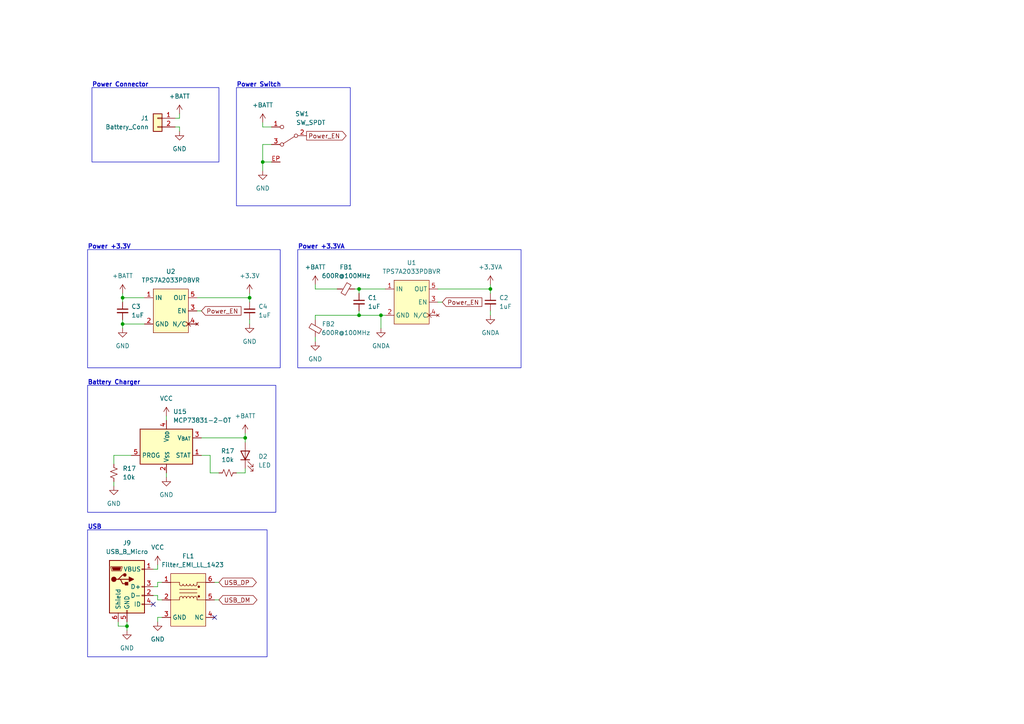
<source format=kicad_sch>
(kicad_sch (version 20230121) (generator eeschema)
  (paper "A4")
  (lib_symbols
    (symbol "Battery_Management:MCP73831-2-OT"
      (property "Reference" "U" (at -7.62 6.35 0))
      (property "Value" "MCP73831-2-OT" (at 1.27 6.35 0))
      (symbol "MCP73831-2-OT_0_1"
        (rectangle (start -7.62 5.08) (end 7.62 -5.08) (stroke (width 0.254)) (fill (type background)))
      )
      (symbol "MCP73831-2-OT_1_1"
        (pin output line (at 10.16 -2.54 180) (length 2.54) (name "STAT") (number "1"))
        (pin power_in line (at 0 -7.62 90) (length 2.54) (name "V_{SS}") (number "2"))
        (pin power_out line (at 10.16 2.54 180) (length 2.54) (name "V_{BAT}") (number "3"))
        (pin power_in line (at 0 7.62 270) (length 2.54) (name "V_{DD}") (number "4"))
        (pin input line (at -10.16 -2.54 0) (length 2.54) (name "PROG") (number "5"))
      )
    )
    (symbol "Connector:USB_B_Micro" (pin_names (offset 1.016))
      (property "Reference" "J" (at -5.08 11.43 0))
      (property "Value" "USB_B_Micro" (at -5.08 8.89 0))
      (symbol "USB_B_Micro_0_1"
        (rectangle (start -5.08 -7.62) (end 5.08 7.62) (stroke (width 0.254)) (fill (type background)))
        (circle (center -3.81 2.159) (radius 0.635) (stroke (width 0.254)) (fill (type outline)))
        (circle (center -0.635 3.429) (radius 0.381) (stroke (width 0.254)) (fill (type outline)))
        (rectangle (start -0.127 -7.62) (end 0.127 -6.858))
        (polyline (pts (xy -1.905 2.159) (xy 0.635 2.159)) (stroke (width 0.254)))
        (polyline (pts (xy -3.175 2.159) (xy -2.54 2.159) (xy -1.27 3.429) (xy -0.635 3.429)) (stroke (width 0.254)))
        (polyline (pts (xy -2.54 2.159) (xy -1.905 2.159) (xy -1.27 0.889) (xy 0 0.889)) (stroke (width 0.254)))
        (polyline (pts (xy 0.635 2.794) (xy 0.635 1.524) (xy 1.905 2.159) (xy 0.635 2.794)) (stroke (width 0.254)) (fill (type outline)))
        (polyline (pts (xy -4.318 5.588) (xy -1.778 5.588) (xy -2.032 4.826) (xy -4.064 4.826) (xy -4.318 5.588)) (fill (type outline)))
        (polyline (pts (xy -4.699 5.842) (xy -4.699 5.588) (xy -4.445 4.826) (xy -4.445 4.572) (xy -1.651 4.572) (xy -1.651 4.826) (xy -1.397 5.588) (xy -1.397 5.842) (xy -4.699 5.842)))
        (rectangle (start 0.254 1.27) (end -0.508 0.508) (stroke (width 0.254)) (fill (type outline)))
        (rectangle (start 5.08 -5.207) (end 4.318 -4.953))
        (rectangle (start 5.08 -2.667) (end 4.318 -2.413))
        (rectangle (start 5.08 -0.127) (end 4.318 0.127))
        (rectangle (start 5.08 4.953) (end 4.318 5.207))
      )
      (symbol "USB_B_Micro_1_1"
        (pin power_out line (at 7.62 5.08 180) (length 2.54) (name "VBUS") (number "1"))
        (pin bidirectional line (at 7.62 -2.54 180) (length 2.54) (name "D-") (number "2"))
        (pin bidirectional line (at 7.62 0 180) (length 2.54) (name "D+") (number "3"))
        (pin passive line (at 7.62 -5.08 180) (length 2.54) (name "ID") (number "4"))
        (pin power_out line (at 0 -10.16 90) (length 2.54) (name "GND") (number "5"))
        (pin passive line (at -2.54 -10.16 90) (length 2.54) (name "Shield") (number "6"))
      )
    )
    (symbol "Connector_Generic:Conn_01x02" (pin_names (offset 1.016) hide)
      (property "Reference" "J" (at 0 2.54 0))
      (property "Value" "Conn_01x02" (at 0 -5.08 0))
      (symbol "Conn_01x02_1_1"
        (rectangle (start -1.27 -2.413) (end 0 -2.667) (stroke (width 0.1524)))
        (rectangle (start -1.27 0.127) (end 0 -0.127) (stroke (width 0.1524)))
        (rectangle (start -1.27 1.27) (end 1.27 -3.81) (stroke (width 0.254)) (fill (type background)))
        (pin passive line (at -5.08 0 0) (length 3.81) (name "Pin_1") (number "1"))
        (pin passive line (at -5.08 -2.54 0) (length 3.81) (name "Pin_2") (number "2"))
      )
    )
    (symbol "Device:C_Small" (pin_numbers hide) (pin_names (offset 0.254) hide)
      (property "Reference" "C" (at 0.254 1.778 0))
      (property "Value" "C_Small" (at 0.254 -2.032 0))
      (symbol "C_Small_0_1"
        (polyline (pts (xy -1.524 -0.508) (xy 1.524 -0.508)) (stroke (width 0.3302)))
        (polyline (pts (xy -1.524 0.508) (xy 1.524 0.508)) (stroke (width 0.3048)))
      )
      (symbol "C_Small_1_1"
        (pin passive line (at 0 2.54 270) (length 2.032) (name "~") (number "1"))
        (pin passive line (at 0 -2.54 90) (length 2.032) (name "~") (number "2"))
      )
    )
    (symbol "Device:FerriteBead_Small" (pin_numbers hide) (pin_names (offset 0))
      (property "Reference" "FB" (at 1.905 1.27 0))
      (property "Value" "FerriteBead_Small" (at 1.905 -1.27 0))
      (symbol "FerriteBead_Small_0_1"
        (polyline (pts (xy 0 -1.27) (xy 0 -0.7874)))
        (polyline (pts (xy 0 0.889) (xy 0 1.2954)))
        (polyline (pts (xy -1.8288 0.2794) (xy -1.1176 1.4986) (xy 1.8288 -0.2032) (xy 1.1176 -1.4224) (xy -1.8288 0.2794)))
      )
      (symbol "FerriteBead_Small_1_1"
        (pin passive line (at 0 2.54 270) (length 1.27) (name "~") (number "1"))
        (pin passive line (at 0 -2.54 90) (length 1.27) (name "~") (number "2"))
      )
    )
    (symbol "Device:LED" (pin_numbers hide) (pin_names (offset 1.016) hide)
      (property "Reference" "D" (at 0 2.54 0))
      (property "Value" "LED" (at 0 -2.54 0))
      (symbol "LED_0_1"
        (polyline (pts (xy -1.27 -1.27) (xy -1.27 1.27)) (stroke (width 0.254)))
        (polyline (pts (xy -1.27 0) (xy 1.27 0)))
        (polyline (pts (xy 1.27 -1.27) (xy 1.27 1.27) (xy -1.27 0) (xy 1.27 -1.27)) (stroke (width 0.254)))
        (polyline (pts (xy -3.048 -0.762) (xy -4.572 -2.286) (xy -3.81 -2.286) (xy -4.572 -2.286) (xy -4.572 -1.524)))
        (polyline (pts (xy -1.778 -0.762) (xy -3.302 -2.286) (xy -2.54 -2.286) (xy -3.302 -2.286) (xy -3.302 -1.524)))
      )
      (symbol "LED_1_1"
        (pin passive line (at -3.81 0 0) (length 2.54) (name "K") (number "1"))
        (pin passive line (at 3.81 0 180) (length 2.54) (name "A") (number "2"))
      )
    )
    (symbol "Device:R_Small_US" (pin_numbers hide) (pin_names (offset 0.254) hide)
      (property "Reference" "R" (at 0.762 0.508 0))
      (property "Value" "R_Small_US" (at 0.762 -1.016 0))
      (symbol "R_Small_US_1_1"
        (polyline (pts (xy 0 0) (xy 1.016 -0.381) (xy 0 -0.762) (xy -1.016 -1.143) (xy 0 -1.524)))
        (polyline (pts (xy 0 1.524) (xy 1.016 1.143) (xy 0 0.762) (xy -1.016 0.381) (xy 0 0)))
        (pin passive line (at 0 2.54 270) (length 1.016) (name "~") (number "1"))
        (pin passive line (at 0 -2.54 90) (length 1.016) (name "~") (number "2"))
      )
    )
    (symbol "HS_Filter:ECMF02-2AMX6"
      (property "Reference" "FL" (at -5.08 6.35 0))
      (property "Value" "Filter_EMI_LL_1423" (at 0 -11.43 0))
      (symbol "ECMF02-2AMX6_0_1"
        (arc (start -2.54 2.032) (mid -2.032 1.5262) (end -1.524 2.032))
        (arc (start -1.524 -2.032) (mid -2.032 -1.5262) (end -2.54 -2.032))
        (arc (start -1.524 2.032) (mid -1.016 1.5262) (end -0.508 2.032))
        (arc (start -0.508 -2.032) (mid -1.016 -1.5262) (end -1.524 -2.032))
        (arc (start -0.508 2.032) (mid 0 1.5262) (end 0.508 2.032))
        (polyline (pts (xy -2.54 -2.54) (xy -2.54 -2.032)))
        (polyline (pts (xy -2.54 0.508) (xy 2.54 0.508)))
        (polyline (pts (xy -2.54 2.032) (xy -2.54 2.54)))
        (polyline (pts (xy 2.54 -2.032) (xy 2.54 -2.54)))
        (polyline (pts (xy 2.54 -0.508) (xy -2.54 -0.508)))
        (polyline (pts (xy 2.54 2.032) (xy 2.54 2.54)))
        (arc (start 0.508 -2.032) (mid 0 -1.5262) (end -0.508 -2.032))
        (arc (start 0.508 2.032) (mid 1.016 1.5262) (end 1.524 2.032))
        (arc (start 1.524 -2.032) (mid 1.016 -1.5262) (end 0.508 -2.032))
        (arc (start 1.524 2.032) (mid 2.032 1.5262) (end 2.54 2.032))
        (arc (start 2.54 -2.032) (mid 2.032 -1.5262) (end 1.524 -2.032))
        (circle (center 3.048 -1.524) (radius 0.254) (fill (type outline)))
        (circle (center 3.048 1.27) (radius 0.254) (fill (type outline)))
      )
      (symbol "ECMF02-2AMX6_1_1"
        (rectangle (start -5.08 5.08) (end 5.08 -10.16) (fill (type background)))
        (polyline (pts (xy -6.35 -2.54) (xy -2.54 -2.54)))
        (polyline (pts (xy -2.54 2.54) (xy -6.35 2.54)))
        (polyline (pts (xy 2.54 -2.54) (xy 6.35 -2.54)))
        (polyline (pts (xy 2.54 2.54) (xy 6.35 2.54)))
        (pin passive line (at -7.62 2.54 0) (length 2.54) (name "") (number "1"))
        (pin passive line (at -7.62 -2.54 0) (length 2.54) (name "") (number "2"))
        (pin passive line (at -7.62 -7.62 0) (length 2.54) (name "GND") (number "3"))
        (pin passive line (at 7.62 -7.62 180) (length 2.54) (name "NC") (number "4"))
        (pin passive line (at 7.62 -2.54 180) (length 2.54) (name "") (number "5"))
        (pin passive line (at 7.62 2.54 180) (length 2.54) (name "") (number "6"))
      )
    )
    (symbol "HS_LDO:TPS7A2033PDBVR"
      (property "Reference" "U" (at 0 0 0))
      (property "Value" "TPS7A2033PDBVR" (at 0 0 0))
      (symbol "TPS7A2033PDBVR_1_0"
        (pin input line (at 12.7 -6.35 180) (length 2.54) (name "EN") (number "3"))
        (pin power_out line (at 12.7 -2.54 180) (length 2.54) (name "OUT") (number "5"))
      )
      (symbol "TPS7A2033PDBVR_1_1"
        (rectangle (start 0 0) (end 10.16 -12.7) (fill (type background)))
        (pin power_in line (at -2.54 -2.54 0) (length 2.54) (name "IN") (number "1"))
        (pin power_in line (at -2.54 -10.16 0) (length 2.54) (name "GND") (number "2"))
        (pin no_connect non_logic (at 12.7 -10.16 180) (length 2.54) (name "N/C") (number "4"))
      )
    )
    (symbol "HS_Switch:SW_SPDT" (pin_names (offset 0) hide)
      (property "Reference" "SW?" (at 0 4.318 0))
      (property "Value" "SW_SPDT" (at 0 5.08 0))
      (symbol "SW_SPDT_0_0"
        (circle (center -2.032 0) (radius 0.508))
        (circle (center 2.032 -2.54) (radius 0.508))
      )
      (symbol "SW_SPDT_0_1"
        (polyline (pts (xy -1.524 0.254) (xy 1.651 2.286)))
        (circle (center 2.032 2.54) (radius 0.508))
      )
      (symbol "SW_SPDT_1_1"
        (pin passive line (at 5.08 -2.54 180) (length 2.54) (name "C") (number "1"))
        (pin passive line (at -5.08 0 0) (length 2.54) (name "B") (number "2"))
        (pin passive line (at 5.08 2.54 180) (length 2.54) (name "A") (number "3"))
        (pin input line (at 5.08 7.62 180) (length 2.54) (name "EP") (number "EP"))
      )
    )
    (symbol "power:+3.3V" (power) (pin_names (offset 0))
      (property "Value" "+3.3V" (at 0 3.556 0))
      (symbol "+3.3V_0_1"
        (polyline (pts (xy -0.762 1.27) (xy 0 2.54)))
        (polyline (pts (xy 0 0) (xy 0 2.54)))
        (polyline (pts (xy 0 2.54) (xy 0.762 1.27)))
      )
      (symbol "+3.3V_1_1"
        (pin power_in line (at 0 0 90) (length 0) hide (name "+3.3V") (number "1"))
      )
    )
    (symbol "power:+3.3VA" (power) (pin_names (offset 0))
      (property "Value" "+3.3VA" (at 0 3.556 0))
      (symbol "+3.3VA_0_1"
        (polyline (pts (xy -0.762 1.27) (xy 0 2.54)))
        (polyline (pts (xy 0 0) (xy 0 2.54)))
        (polyline (pts (xy 0 2.54) (xy 0.762 1.27)))
      )
      (symbol "+3.3VA_1_1"
        (pin power_in line (at 0 0 90) (length 0) hide (name "+3.3VA") (number "1"))
      )
    )
    (symbol "power:+BATT" (power) (pin_names (offset 0))
      (property "Value" "+BATT" (at 0 3.556 0))
      (symbol "+BATT_0_1"
        (polyline (pts (xy -0.762 1.27) (xy 0 2.54)))
        (polyline (pts (xy 0 0) (xy 0 2.54)))
        (polyline (pts (xy 0 2.54) (xy 0.762 1.27)))
      )
      (symbol "+BATT_1_1"
        (pin power_in line (at 0 0 90) (length 0) hide (name "+BATT") (number "1"))
      )
    )
    (symbol "power:GND" (power) (pin_names (offset 0))
      (property "Value" "GND" (at 0 -3.81 0))
      (symbol "GND_0_1"
        (polyline (pts (xy 0 0) (xy 0 -1.27) (xy 1.27 -1.27) (xy 0 -2.54) (xy -1.27 -1.27) (xy 0 -1.27)))
      )
      (symbol "GND_1_1"
        (pin power_in line (at 0 0 270) (length 0) hide (name "GND") (number "1"))
      )
    )
    (symbol "power:GNDA" (power) (pin_names (offset 0))
      (property "Value" "GNDA" (at 0 -3.81 0))
      (symbol "GNDA_0_1"
        (polyline (pts (xy 0 0) (xy 0 -1.27) (xy 1.27 -1.27) (xy 0 -2.54) (xy -1.27 -1.27) (xy 0 -1.27)))
      )
      (symbol "GNDA_1_1"
        (pin power_in line (at 0 0 270) (length 0) hide (name "GNDA") (number "1"))
      )
    )
    (symbol "power:VCC" (power) (pin_names (offset 0))
      (property "Value" "VCC" (at 0 3.81 0))
      (symbol "VCC_0_1"
        (polyline (pts (xy -0.762 1.27) (xy 0 2.54)))
        (polyline (pts (xy 0 0) (xy 0 2.54)))
        (polyline (pts (xy 0 2.54) (xy 0.762 1.27)))
      )
      (symbol "VCC_1_1"
        (pin power_in line (at 0 0 90) (length 0) hide (name "VCC") (number "1"))
      )
    )
  )
  (junction (at 142.24 83.82))
  (junction (at 35.56 93.98))
  (junction (at 71.12 127))
  (junction (at 104.14 91.44))
  (junction (at 110.49 91.44))
  (junction (at 76.2 46.99))
  (junction (at 35.56 86.36))
  (junction (at 36.83 181.61))
  (junction (at 72.39 86.36))
  (junction (at 104.14 83.82))
  (no_connect (at 44.45 175.26))
  (no_connect (at 62.23 179.07))
  (wire (pts (xy 104.14 91.44) (xy 91.44 91.44)))
  (wire (pts (xy 45.72 168.91) (xy 45.72 170.18)))
  (wire (pts (xy 91.44 83.82) (xy 91.44 82.55)))
  (wire (pts (xy 48.26 120.65) (xy 48.26 121.92)))
  (wire (pts (xy 76.2 35.56) (xy 76.2 36.83)))
  (wire (pts (xy 52.07 36.83) (xy 50.8 36.83)))
  (wire (pts (xy 72.39 86.36) (xy 72.39 87.63)))
  (wire (pts (xy 46.99 179.07) (xy 45.72 179.07)))
  (wire (pts (xy 76.2 46.99) (xy 78.74 46.99)))
  (wire (pts (xy 128.27 87.63) (xy 127 87.63)))
  (wire (pts (xy 46.99 168.91) (xy 45.72 168.91)))
  (wire (pts (xy 97.79 83.82) (xy 91.44 83.82)))
  (wire (pts (xy 71.12 125.73) (xy 71.12 127)))
  (wire (pts (xy 35.56 95.25) (xy 35.56 93.98)))
  (wire (pts (xy 35.56 86.36) (xy 35.56 87.63)))
  (wire (pts (xy 104.14 83.82) (xy 111.76 83.82)))
  (wire (pts (xy 36.83 180.34) (xy 36.83 181.61)))
  (wire (pts (xy 58.42 127) (xy 71.12 127)))
  (wire (pts (xy 35.56 93.98) (xy 35.56 92.71)))
  (wire (pts (xy 45.72 173.99) (xy 46.99 173.99)))
  (wire (pts (xy 38.1 132.08) (xy 33.02 132.08)))
  (wire (pts (xy 72.39 85.09) (xy 72.39 86.36)))
  (wire (pts (xy 60.96 132.08) (xy 58.42 132.08)))
  (wire (pts (xy 63.5 137.16) (xy 60.96 137.16)))
  (wire (pts (xy 68.58 137.16) (xy 71.12 137.16)))
  (wire (pts (xy 58.42 90.17) (xy 57.15 90.17)))
  (wire (pts (xy 33.02 132.08) (xy 33.02 134.62)))
  (wire (pts (xy 41.91 86.36) (xy 35.56 86.36)))
  (wire (pts (xy 142.24 90.17) (xy 142.24 91.44)))
  (wire (pts (xy 57.15 86.36) (xy 72.39 86.36)))
  (wire (pts (xy 111.76 91.44) (xy 110.49 91.44)))
  (wire (pts (xy 71.12 127) (xy 71.12 128.27)))
  (wire (pts (xy 76.2 41.91) (xy 78.74 41.91)))
  (wire (pts (xy 60.96 137.16) (xy 60.96 132.08)))
  (wire (pts (xy 45.72 179.07) (xy 45.72 180.34)))
  (wire (pts (xy 142.24 83.82) (xy 142.24 85.09)))
  (wire (pts (xy 52.07 34.29) (xy 52.07 33.02)))
  (wire (pts (xy 142.24 82.55) (xy 142.24 83.82)))
  (wire (pts (xy 41.91 93.98) (xy 35.56 93.98)))
  (wire (pts (xy 76.2 46.99) (xy 76.2 41.91)))
  (wire (pts (xy 45.72 172.72) (xy 44.45 172.72)))
  (wire (pts (xy 76.2 36.83) (xy 78.74 36.83)))
  (wire (pts (xy 72.39 92.71) (xy 72.39 93.98)))
  (wire (pts (xy 35.56 86.36) (xy 35.56 85.09)))
  (wire (pts (xy 36.83 181.61) (xy 36.83 182.88)))
  (wire (pts (xy 45.72 165.1) (xy 44.45 165.1)))
  (wire (pts (xy 52.07 38.1) (xy 52.07 36.83)))
  (wire (pts (xy 34.29 180.34) (xy 34.29 181.61)))
  (wire (pts (xy 110.49 91.44) (xy 104.14 91.44)))
  (wire (pts (xy 91.44 91.44) (xy 91.44 92.71)))
  (wire (pts (xy 71.12 135.89) (xy 71.12 137.16)))
  (wire (pts (xy 102.87 83.82) (xy 104.14 83.82)))
  (wire (pts (xy 91.44 97.79) (xy 91.44 99.06)))
  (wire (pts (xy 63.5 168.91) (xy 62.23 168.91)))
  (wire (pts (xy 110.49 91.44) (xy 110.49 95.25)))
  (wire (pts (xy 76.2 49.53) (xy 76.2 46.99)))
  (wire (pts (xy 104.14 85.09) (xy 104.14 83.82)))
  (wire (pts (xy 63.5 173.99) (xy 62.23 173.99)))
  (wire (pts (xy 34.29 181.61) (xy 36.83 181.61)))
  (wire (pts (xy 45.72 163.83) (xy 45.72 165.1)))
  (wire (pts (xy 48.26 137.16) (xy 48.26 138.43)))
  (wire (pts (xy 44.45 170.18) (xy 45.72 170.18)))
  (wire (pts (xy 50.8 34.29) (xy 52.07 34.29)))
  (wire (pts (xy 127 83.82) (xy 142.24 83.82)))
  (wire (pts (xy 45.72 172.72) (xy 45.72 173.99)))
  (wire (pts (xy 33.02 140.97) (xy 33.02 139.7)))
  (wire (pts (xy 104.14 91.44) (xy 104.14 90.17)))
  (rectangle (start 68.58 25.4) (end 101.6 59.69))
  (rectangle (start 25.4 153.67) (end 77.47 190.5))
  (rectangle (start 26.67 25.4) (end 63.5 46.99))
  (rectangle (start 25.4 111.76) (end 80.01 148.59))
  (rectangle (start 86.36 72.39) (end 151.13 106.68))
  (rectangle (start 25.4 72.39) (end 81.28 106.68))
  (text "Battery Charger" (at 25.4 111.76 0) (effects (font (size 1.27 1.27) (thickness 0.254) bold) (justify left bottom)))
  (text "Power Switch" (at 68.58 25.4 0) (effects (font (size 1.27 1.27) (thickness 0.254) bold) (justify left bottom)))
  (text "USB\n" (at 25.4 153.67 0) (effects (font (size 1.27 1.27) (thickness 0.254) bold) (justify left bottom)))
  (text "Power +3.3VA" (at 86.36 72.39 0) (effects (font (size 1.27 1.27) (thickness 0.254) bold) (justify left bottom)))
  (text "Power +3.3V" (at 25.4 72.39 0) (effects (font (size 1.27 1.27) (thickness 0.254) bold) (justify left bottom)))
  (text "Power Connector" (at 26.67 25.4 0) (effects (font (size 1.27 1.27) (thickness 0.254) bold) (justify left bottom)))
  (global_label "Power_EN" (shape input) (at 58.42 90.17 0) (property "Intersheetrefs" "${INTERSHEET_REFS}" (effects hide)))
  (global_label "Power_EN" (shape output) (at 88.9 39.37 0) (property "Intersheetrefs" "${INTERSHEET_REFS}" (effects hide)))
  (global_label "USB_DM" (shape bidirectional) (at 63.5 173.99 0) (property "Intersheetrefs" "${INTERSHEET_REFS}" (effects hide)))
  (global_label "USB_DP" (shape bidirectional) (at 63.5 168.91 0) (property "Intersheetrefs" "${INTERSHEET_REFS}" (effects hide)))
  (global_label "Power_EN" (shape input) (at 128.27 87.63 0) (property "Intersheetrefs" "${INTERSHEET_REFS}" (effects hide)))
  (symbol (lib_id "Connector:USB_B_Micro") (at 36.83 170.18 0) (unit 1)
    (property "Reference" "J9" (at 36.83 157.48 0))
    (property "Value" "USB_B_Micro" (at 36.83 160.02 0))
  )
  (symbol (lib_id "power:GND") (at 48.26 138.43 0) (unit 1)
    (property "Reference" "#PWR043" (effects hide))
    (property "Value" "GND" (at 48.26 143.51 0))
  )
  (symbol (lib_id "Device:C_Small") (at 35.56 90.17 0) (unit 1)
    (property "Reference" "C3" (at 38.1 88.9063 0) (effects (justify left)))
    (property "Value" "1uF" (at 38.1 91.4463 0) (effects (justify left)))
    (property "Footprint" "SMD_HS:0603_1608_C" (effects hide))
  )
  (symbol (lib_id "power:+BATT") (at 91.44 82.55 0) (unit 1)
    (property "Reference" "#PWR07" (effects hide))
    (property "Value" "+BATT" (at 91.44 77.47 0))
  )
  (symbol (lib_id "Device:FerriteBead_Small") (at 91.44 95.25 180) (unit 1)
    (property "Reference" "FB2" (at 95.25 93.98 0))
    (property "Value" "600R@100MHz" (at 100.33 96.52 0))
    (property "Footprint" "SMD_HS:0603_1608_L" (effects hide))
  )
  (symbol (lib_id "Device:LED") (at 71.12 132.08 90) (unit 1)
    (property "Reference" "D2" (at 74.93 132.3975 90) (effects (justify right)))
    (property "Value" "LED" (at 74.93 134.9375 90) (effects (justify right)))
  )
  (symbol (lib_id "Device:C_Small") (at 72.39 90.17 0) (unit 1)
    (property "Reference" "C4" (at 74.93 88.9063 0) (effects (justify left)))
    (property "Value" "1uF" (at 74.93 91.4463 0) (effects (justify left)))
    (property "Footprint" "SMD_HS:0603_1608_C" (effects hide))
  )
  (symbol (lib_id "Device:R_Small_US") (at 66.04 137.16 270) (unit 1)
    (property "Reference" "R17" (at 66.04 130.81 90))
    (property "Value" "10k" (at 66.04 133.35 90))
    (property "Footprint" "SMD_HS:0603_1608_R" (effects hide))
    (instances (project "uglyBob" (path "" (reference "R17") (unit 1)) (path "" (reference "R19") (unit 1))))
  )
  (symbol (lib_id "HS_LDO:TPS7A2033PDBVR") (at 114.3 81.28 0) (unit 1)
    (property "Reference" "U1" (at 119.38 76.2 0))
    (property "Value" "TPS7A2033PDBVR" (at 119.38 78.74 0))
    (property "Footprint" "Package_TO_SOT_SMD_HS:SOT-23-5_HandSoldering_without4" (effects hide))
    (property "Datasheet" "https://www.ti.com/lit/ds/symlink/tps7a20.pdf?ts=1704761257613&ref_url=https%253A%252F%252Fwww.ti.com%252Fproduct%252FTPS7A20%252Fpart-details%252FTPS7A2042PDBVR%253FkeyMatch%253DTPS7A2042PDBVR%2526tisearch%253Dsearch-everything%2526usecase%253DOPN" (effects hide))
  )
  (symbol (lib_id "power:+BATT") (at 71.12 125.73 0) (unit 1)
    (property "Reference" "#PWR058" (effects hide))
    (property "Value" "+BATT" (at 71.12 120.65 0))
  )
  (symbol (lib_id "power:+3.3V") (at 72.39 85.09 0) (unit 1)
    (property "Reference" "#PWR010" (effects hide))
    (property "Value" "+3.3V" (at 72.39 80.01 0))
  )
  (symbol (lib_id "Connector_Generic:Conn_01x02") (at 45.72 34.29 0) (mirror y) (unit 1)
    (property "Reference" "J1" (at 43.18 34.29 0) (effects (justify left)))
    (property "Value" "Battery_Conn" (at 43.18 36.83 0) (effects (justify left)))
    (property "Footprint" "uglyBob_HS:batteryConnector" (effects hide))
  )
  (symbol (lib_id "power:VCC") (at 45.72 163.83 0) (unit 1)
    (property "Reference" "#PWR090" (effects hide))
    (property "Value" "VCC" (at 45.72 158.75 0))
  )
  (symbol (lib_id "power:VCC") (at 48.26 120.65 0) (unit 1)
    (property "Reference" "#PWR051" (effects hide))
    (property "Value" "VCC" (at 48.26 115.57 0))
  )
  (symbol (lib_id "power:GND") (at 72.39 93.98 0) (unit 1)
    (property "Reference" "#PWR012" (effects hide))
    (property "Value" "GND" (at 72.39 99.06 0))
  )
  (symbol (lib_id "power:GND") (at 45.72 180.34 0) (unit 1)
    (property "Reference" "#PWR091" (effects hide))
    (property "Value" "GND" (at 45.72 185.42 0))
  )
  (symbol (lib_id "power:GND") (at 52.07 38.1 0) (unit 1)
    (property "Reference" "#PWR03" (effects hide))
    (property "Value" "GND" (at 52.07 43.18 0))
  )
  (symbol (lib_id "Device:C_Small") (at 104.14 87.63 0) (unit 1)
    (property "Reference" "C1" (at 106.68 86.3663 0) (effects (justify left)))
    (property "Value" "1uF" (at 106.68 88.9063 0) (effects (justify left)))
    (property "Footprint" "SMD_HS:0603_1608_C" (effects hide))
  )
  (symbol (lib_id "power:GND") (at 36.83 182.88 0) (unit 1)
    (property "Reference" "#PWR061" (effects hide))
    (property "Value" "GND" (at 36.83 187.96 0))
  )
  (symbol (lib_id "power:GNDA") (at 142.24 91.44 0) (unit 1)
    (property "Reference" "#PWR011" (effects hide))
    (property "Value" "GNDA" (at 142.24 96.52 0))
  )
  (symbol (lib_id "Battery_Management:MCP73831-2-OT") (at 48.26 129.54 0) (unit 1)
    (property "Reference" "U15" (at 50.2159 119.38 0) (effects (justify left)))
    (property "Value" "MCP73831-2-OT" (at 50.2159 121.92 0) (effects (justify left)))
    (property "Footprint" "Package_TO_SOT_SMD:SOT-23-5" (effects hide))
    (property "Datasheet" "http://ww1.microchip.com/downloads/en/DeviceDoc/20001984g.pdf" (effects hide))
  )
  (symbol (lib_id "power:GND") (at 35.56 95.25 0) (unit 1)
    (property "Reference" "#PWR013" (effects hide))
    (property "Value" "GND" (at 35.56 100.33 0))
  )
  (symbol (lib_id "power:+BATT") (at 52.07 33.02 0) (unit 1)
    (property "Reference" "#PWR01" (effects hide))
    (property "Value" "+BATT" (at 52.07 27.94 0))
  )
  (symbol (lib_id "HS_LDO:TPS7A2033PDBVR") (at 44.45 83.82 0) (unit 1)
    (property "Reference" "U2" (at 49.53 78.74 0))
    (property "Value" "TPS7A2033PDBVR" (at 49.53 81.28 0))
    (property "Footprint" "Package_TO_SOT_SMD_HS:SOT-23-5_HandSoldering_without4" (effects hide))
    (property "Datasheet" "https://www.ti.com/lit/ds/symlink/tps7a20.pdf?ts=1704761257613&ref_url=https%253A%252F%252Fwww.ti.com%252Fproduct%252FTPS7A20%252Fpart-details%252FTPS7A2042PDBVR%253FkeyMatch%253DTPS7A2042PDBVR%2526tisearch%253Dsearch-everything%2526usecase%253DOPN" (effects hide))
  )
  (symbol (lib_id "Device:FerriteBead_Small") (at 100.33 83.82 270) (unit 1)
    (property "Reference" "FB1" (at 100.3681 77.47 90))
    (property "Value" "600R@100MHz" (at 100.3681 80.01 90))
    (property "Footprint" "SMD_HS:0603_1608_L" (effects hide))
  )
  (symbol (lib_id "Device:C_Small") (at 142.24 87.63 0) (unit 1)
    (property "Reference" "C2" (at 144.78 86.3663 0) (effects (justify left)))
    (property "Value" "1uF" (at 144.78 88.9063 0) (effects (justify left)))
    (property "Footprint" "SMD_HS:0603_1608_C" (effects hide))
  )
  (symbol (lib_id "power:+BATT") (at 35.56 85.09 0) (unit 1)
    (property "Reference" "#PWR09" (effects hide))
    (property "Value" "+BATT" (at 35.56 80.01 0))
  )
  (symbol (lib_id "power:GND") (at 76.2 49.53 0) (unit 1)
    (property "Reference" "#PWR04" (effects hide))
    (property "Value" "GND" (at 76.2 54.61 0))
  )
  (symbol (lib_id "power:GND") (at 33.02 140.97 0) (unit 1)
    (property "Reference" "#PWR050" (effects hide))
    (property "Value" "GND" (at 33.02 146.05 0))
  )
  (symbol (lib_id "HS_Switch:SW_SPDT") (at 83.82 39.37 180) (unit 1)
    (property "Reference" "SW1" (at 87.63 33.02 0))
    (property "Value" "SW_SPDT" (at 90.17 35.56 0))
    (property "Footprint" "Button_Switch_SMD_HS:EG1215AA" (effects hide))
  )
  (symbol (lib_id "power:+3.3VA") (at 142.24 82.55 0) (unit 1)
    (property "Reference" "#PWR08" (effects hide))
    (property "Value" "+3.3VA" (at 142.24 77.47 0))
  )
  (symbol (lib_id "HS_Filter:ECMF02-2AMX6") (at 54.61 171.45 0) (unit 1)
    (property "Reference" "FL1" (at 54.61 161.29 0))
    (property "Value" "Filter_EMI_LL_1423" (at 55.88 163.83 0))
    (property "Footprint" "Package_DFN_QFN_HS:QFN-6L" (effects hide))
  )
  (symbol (lib_id "Device:R_Small_US") (at 33.02 137.16 180) (unit 1)
    (property "Reference" "R17" (at 35.56 135.89 0) (effects (justify right)))
    (property "Value" "10k" (at 35.56 138.43 0) (effects (justify right)))
    (property "Footprint" "SMD_HS:0603_1608_R" (effects hide))
    (instances (project "uglyBob" (path "" (reference "R17") (unit 1)) (path "" (reference "R18") (unit 1))))
  )
  (symbol (lib_id "power:+BATT") (at 76.2 35.56 0) (unit 1)
    (property "Reference" "#PWR02" (effects hide))
    (property "Value" "+BATT" (at 76.2 30.48 0))
  )
  (symbol (lib_id "power:GND") (at 91.44 99.06 0) (unit 1)
    (property "Reference" "#PWR014" (effects hide))
    (property "Value" "GND" (at 91.44 104.14 0))
  )
  (symbol (lib_id "power:GNDA") (at 110.49 95.25 0) (unit 1)
    (property "Reference" "#PWR096" (effects hide))
    (property "Value" "GNDA" (at 110.49 100.33 0))
  )
)
</source>
